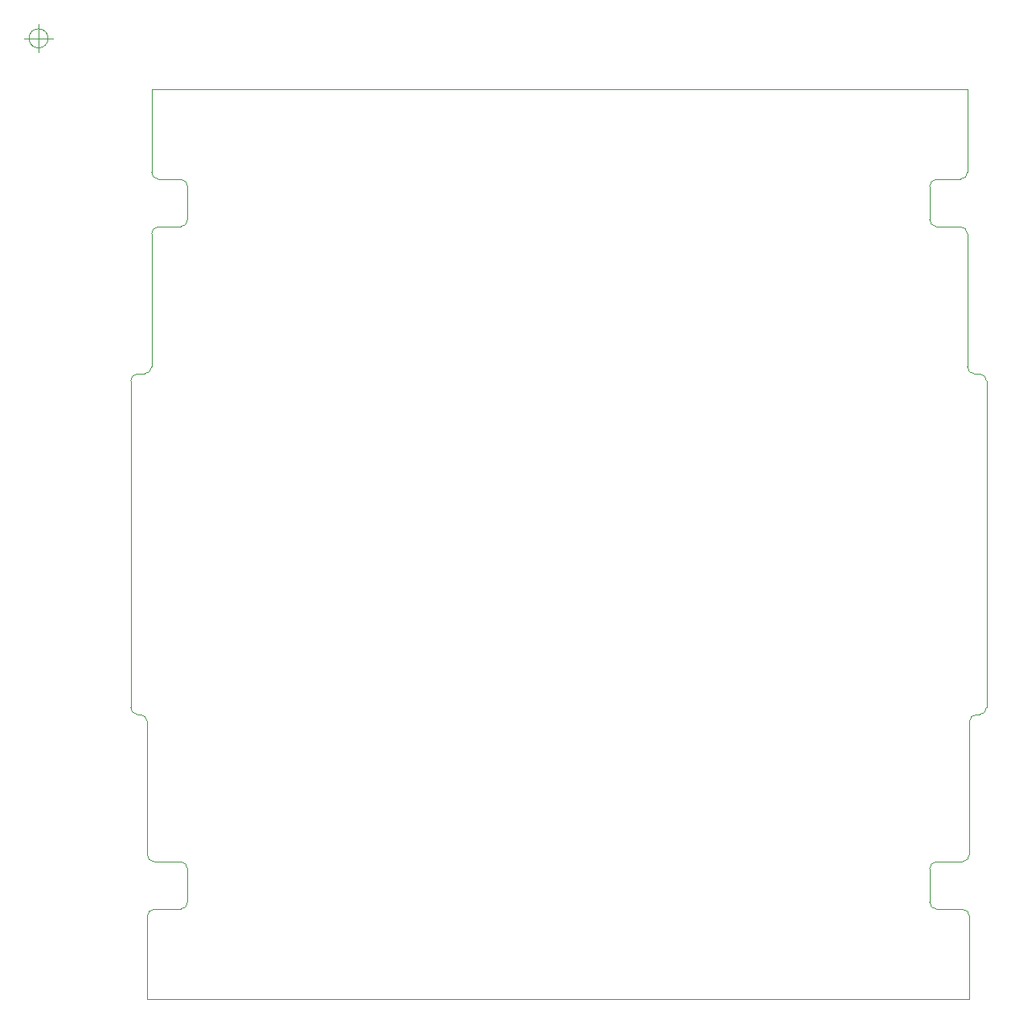
<source format=gm1>
G04 #@! TF.GenerationSoftware,KiCad,Pcbnew,7.0.10*
G04 #@! TF.CreationDate,2024-03-15T14:45:30-06:00*
G04 #@! TF.ProjectId,oresat-c3,6f726573-6174-42d6-9333-2e6b69636164,rev?*
G04 #@! TF.SameCoordinates,Original*
G04 #@! TF.FileFunction,Profile,NP*
%FSLAX46Y46*%
G04 Gerber Fmt 4.6, Leading zero omitted, Abs format (unit mm)*
G04 Created by KiCad (PCBNEW 7.0.10) date 2024-03-15 14:45:30*
%MOMM*%
%LPD*%
G01*
G04 APERTURE LIST*
G04 #@! TA.AperFunction,Profile*
%ADD10C,0.050000*%
G04 #@! TD*
G04 APERTURE END LIST*
D10*
X151700000Y-127520000D02*
G75*
G03*
X152450000Y-126770000I0J750000D01*
G01*
X148250000Y-128270000D02*
X148250000Y-131770000D01*
X70080000Y-56380000D02*
G75*
G03*
X69330000Y-55630000I-750000J0D01*
G01*
X69330000Y-132520000D02*
G75*
G03*
X70080000Y-131770000I0J750000D01*
G01*
X65830000Y-133270000D02*
X65830000Y-142020000D01*
X152250000Y-46130000D02*
X152250000Y-54880000D01*
X148250000Y-131770000D02*
G75*
G03*
X149000000Y-132520000I750000J0D01*
G01*
X67030000Y-60630000D02*
G75*
G03*
X66280000Y-61380000I0J-750000D01*
G01*
X65830000Y-112770000D02*
X65830000Y-126770000D01*
X64830000Y-112020000D02*
X65080000Y-112020000D01*
X65530000Y-76130000D02*
X64830000Y-76130000D01*
X66580000Y-132520000D02*
G75*
G03*
X65830000Y-133270000I0J-750000D01*
G01*
X149000000Y-60630000D02*
X151480000Y-60630000D01*
X149000000Y-132520000D02*
X151700000Y-132520000D01*
X66280000Y-46130000D02*
X152250000Y-46130000D01*
X148250000Y-56380000D02*
X148250000Y-59880000D01*
X66280000Y-46130000D02*
X66280000Y-54880000D01*
X70080000Y-128270000D02*
X70080000Y-131770000D01*
X69330000Y-132520000D02*
X66580000Y-132520000D01*
X152230000Y-61380000D02*
G75*
G03*
X151480000Y-60630000I-750000J0D01*
G01*
X149000000Y-55630000D02*
G75*
G03*
X148250000Y-56380000I0J-750000D01*
G01*
X153500000Y-112020000D02*
G75*
G03*
X154250000Y-111270000I0J750000D01*
G01*
X65530000Y-76130000D02*
G75*
G03*
X66280000Y-75380000I0J750000D01*
G01*
X152450000Y-142020000D02*
X65830000Y-142020000D01*
X154250000Y-76880000D02*
X154250000Y-111270000D01*
X66280000Y-61380000D02*
X66280000Y-75380000D01*
X64830000Y-76130000D02*
G75*
G03*
X64080000Y-76880000I0J-750000D01*
G01*
X152230000Y-75380000D02*
G75*
G03*
X152980000Y-76130000I750000J0D01*
G01*
X64080000Y-76880000D02*
X64080000Y-111270000D01*
X149000000Y-127520000D02*
G75*
G03*
X148250000Y-128270000I0J-750000D01*
G01*
X154250000Y-76880000D02*
G75*
G03*
X153500000Y-76130000I-750000J0D01*
G01*
X152980000Y-76130000D02*
X153500000Y-76130000D01*
X66580000Y-127520000D02*
X69330000Y-127520000D01*
X152450000Y-133270000D02*
G75*
G03*
X151700000Y-132520000I-750000J0D01*
G01*
X151700000Y-127520000D02*
X149000000Y-127520000D01*
X152450000Y-112770000D02*
X152450000Y-126770000D01*
X152450000Y-133270000D02*
X152450000Y-142020000D01*
X65830000Y-126770000D02*
G75*
G03*
X66580000Y-127520000I750000J0D01*
G01*
X151500000Y-55630000D02*
G75*
G03*
X152250000Y-54880000I0J750000D01*
G01*
X153200000Y-112020000D02*
G75*
G03*
X152450000Y-112770000I0J-750000D01*
G01*
X66280000Y-54880000D02*
G75*
G03*
X67030000Y-55630000I750000J0D01*
G01*
X153500000Y-112020000D02*
X153200000Y-112020000D01*
X70080000Y-56380000D02*
X70080000Y-59880000D01*
X69330000Y-60630000D02*
X67030000Y-60630000D01*
X152230000Y-61380000D02*
X152230000Y-75380000D01*
X151500000Y-55630000D02*
X149000000Y-55630000D01*
X64080000Y-111270000D02*
G75*
G03*
X64830000Y-112020000I750000J0D01*
G01*
X67030000Y-55630000D02*
X69330000Y-55630000D01*
X69330000Y-60630000D02*
G75*
G03*
X70080000Y-59880000I0J750000D01*
G01*
X65830000Y-112770000D02*
G75*
G03*
X65080000Y-112020000I-750000J0D01*
G01*
X70080000Y-128270000D02*
G75*
G03*
X69330000Y-127520000I-750000J0D01*
G01*
X148250334Y-59879666D02*
G75*
G03*
X149000334Y-60629666I749966J-34D01*
G01*
X55378376Y-40789740D02*
G75*
G03*
X53378376Y-40789740I-1000000J0D01*
G01*
X53378376Y-40789740D02*
G75*
G03*
X55378376Y-40789740I1000000J0D01*
G01*
X52878376Y-40789740D02*
X55878376Y-40789740D01*
X54378376Y-39289740D02*
X54378376Y-42289740D01*
M02*

</source>
